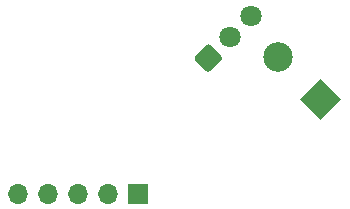
<source format=gbr>
%TF.GenerationSoftware,KiCad,Pcbnew,5.1.9+dfsg1-1+deb11u1*%
%TF.CreationDate,2023-08-15T12:15:31+02:00*%
%TF.ProjectId,label1,6c616265-6c31-42e6-9b69-6361645f7063,rev?*%
%TF.SameCoordinates,Original*%
%TF.FileFunction,Soldermask,Bot*%
%TF.FilePolarity,Negative*%
%FSLAX46Y46*%
G04 Gerber Fmt 4.6, Leading zero omitted, Abs format (unit mm)*
G04 Created by KiCad (PCBNEW 5.1.9+dfsg1-1+deb11u1) date 2023-08-15 12:15:31*
%MOMM*%
%LPD*%
G01*
G04 APERTURE LIST*
%ADD10C,1.800000*%
%ADD11C,2.500000*%
%ADD12C,0.100000*%
%ADD13O,1.700000X1.700000*%
%ADD14R,1.700000X1.700000*%
G04 APERTURE END LIST*
D10*
%TO.C,U2*%
X69592102Y-39407898D03*
X67796051Y-41203949D03*
G36*
G01*
X65824355Y-44097147D02*
X64902853Y-43175645D01*
G75*
G02*
X64902853Y-42824355I175645J175645D01*
G01*
X65824355Y-41902853D01*
G75*
G02*
X66175645Y-41902853I175645J-175645D01*
G01*
X67097147Y-42824355D01*
G75*
G02*
X67097147Y-43175645I-175645J-175645D01*
G01*
X66175645Y-44097147D01*
G75*
G02*
X65824355Y-44097147I-175645J175645D01*
G01*
G37*
%TD*%
D11*
%TO.C,J2*%
X71907898Y-42907898D03*
D12*
G36*
X77267767Y-46500000D02*
G01*
X75500000Y-48267767D01*
X73732233Y-46500000D01*
X75500000Y-44732233D01*
X77267767Y-46500000D01*
G37*
%TD*%
D13*
%TO.C,J1*%
X49920000Y-54500000D03*
X52460000Y-54500000D03*
X55000000Y-54500000D03*
X57540000Y-54500000D03*
D14*
X60080000Y-54500000D03*
%TD*%
M02*

</source>
